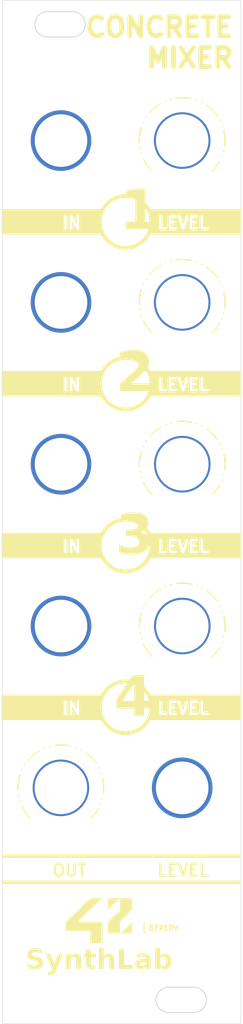
<source format=kicad_pcb>
(kicad_pcb (version 20240108) (generator "pcbnew") (generator_version "8.0")
  (layers (0 "F.Cu" signal) (31 "B.Cu" signal) (34 "B.Paste" user) (35 "F.Paste" user) (36 "B.SilkS" user "B.Silkscreen") (37 "F.SilkS" user "F.Silkscreen") (38 "B.Mask" user) (39 "F.Mask" user) (44 "Edge.Cuts" user))
  (net 0 "")
  (footprint "PCM_4ms_Faceplate:Faceplate_Rail_Mount_Slot" (layer "F.Cu") (at 147.073 157.43)
    (property "Reference" "REF**" (hide yes))
    (property "Value" "Rail_mount_slot" (hide yes))
    (fp_line (start -1.5875 -1.5875) (end 1.5875 -1.5875) (stroke (width 0.1)) (layer "Edge.Cuts"))
    (fp_line (start -1.5875 1.5875) (end 1.5875 1.5875) (stroke (width 0.1)) (layer "Edge.Cuts"))
    (fp_arc (start -1.5875 1.5875) (mid -3.175 0) (end -1.5875 -1.5875) (stroke (width 0.1)) (layer "Edge.Cuts"))
    (fp_arc (start 1.5875 -1.5875) (mid 3.175 0) (end 1.5875 1.5875) (stroke (width 0.1)) (layer "Edge.Cuts"))
  )
  (footprint "" (layer "F.Cu") (at 131.953163 90.171843)
    (property "Reference" "" (at 0 0 0) (layer "F.SilkS") (effects (font (size 1.27 1.27))))
    (property "Value" "")
    (pad "" thru_hole circle (at 0 0) (size 7.62 7.62) (drill 6.604) (layers "*.Cu" "*.Mask"))
  )
  (footprint "" (layer "F.Cu") (at 131.9403 130.81)
    (property "Reference" "" (at 0 0 0) (layer "F.SilkS") (effects (font (size 1.27 1.27))))
    (property "Value" "")
    (pad "" thru_hole circle (at 0 0) (size 7.112 7.112) (drill 6.604) (layers "*.Cu" "*.Mask"))
  )
  (footprint "PCM_4ms_Faceplate:Faceplate_Hole_Jack_3.5mm" (layer "F.Cu") (at 147.193163 130.811843)
    (property "Reference" "REF**" (hide yes))
    (property "Value" "GND" (hide yes))
    (pad "" thru_hole circle (at 0 0) (size 7.62 7.62) (drill 6.604) (layers "*.Cu" "*.Mask"))
  )
  (footprint "" (layer "F.Cu") (at 147.193 69.85)
    (property "Reference" "" (at 0 0 0) (layer "F.SilkS") (effects (font (size 1.27 1.27))))
    (property "Value" "")
    (pad "" thru_hole circle (at 0 0) (size 7.112 7.112) (drill 6.604) (layers "*.Cu" "*.Mask"))
  )
  (footprint "" (layer "F.Cu") (at 147.2057 90.17)
    (property "Reference" "" (at 0 0 0) (layer "F.SilkS") (effects (font (size 1.27 1.27))))
    (property "Value" "")
    (pad "" thru_hole circle (at 0 0) (size 7.112 7.112) (drill 6.604) (layers "*.Cu" "*.Mask"))
  )
  (footprint "" (layer "F.Cu") (at 147.193163 130.811843)
    (property "Reference" "" (at 0 0 0) (layer "F.SilkS") (effects (font (size 1.27 1.27))))
    (property "Value" "")
    (pad "" thru_hole circle (at 0 0) (size 7.62 7.62) (drill 6.604) (layers "*.Cu" "*.Mask"))
  )
  (footprint "PCM_4ms_Faceplate:Faceplate_Hole_Jack_3.5mm" (layer "F.Cu") (at 131.953163 69.851843)
    (property "Reference" "REF**" (hide yes))
    (property "Value" "GND" (hide yes))
    (pad "" thru_hole circle (at 0 0) (size 7.62 7.62) (drill 6.604) (layers "*.Cu" "*.Mask"))
  )
  (footprint "" (layer "F.Cu") (at 147.2057 110.49)
    (property "Reference" "" (at 0 0 0) (layer "F.SilkS") (effects (font (size 1.27 1.27))))
    (property "Value" "")
    (pad "" thru_hole circle (at 0 0) (size 7.112 7.112) (drill 6.604) (layers "*.Cu" "*.Mask"))
  )
  (footprint "" (layer "F.Cu") (at 131.953163 110.491843)
    (property "Reference" "" (at 0 0 0) (layer "F.SilkS") (effects (font (size 1.27 1.27))))
    (property "Value" "")
    (pad "" thru_hole circle (at 0 0) (size 7.62 7.62) (drill 6.604) (layers "*.Cu" "*.Mask"))
  )
  (footprint "" (layer "F.Cu") (at 131.953163 69.851843)
    (property "Reference" "" (at 0 0 0) (layer "F.SilkS") (effects (font (size 1.27 1.27))))
    (property "Value" "")
    (pad "" thru_hole circle (at 0 0) (size 7.62 7.62) (drill 6.604) (layers "*.Cu" "*.Mask"))
  )
  (footprint "PCM_4ms_Faceplate:Faceplate_Rail_Mount_Slot" (layer "F.Cu") (at 131.833 34.93)
    (property "Reference" "REF**" (hide yes))
    (property "Value" "Rail_mount_slot" (hide yes))
    (fp_line (start -1.5875 -1.5875) (end 1.5875 -1.5875) (stroke (width 0.1)) (layer "Edge.Cuts"))
    (fp_line (start -1.5875 1.5875) (end 1.5875 1.5875) (stroke (width 0.1)) (layer "Edge.Cuts"))
    (fp_arc (start -1.5875 1.5875) (mid -3.175 0) (end -1.5875 -1.5875) (stroke (width 0.1)) (layer "Edge.Cuts"))
    (fp_arc (start 1.5875 -1.5875) (mid 3.175 0) (end 1.5875 1.5875) (stroke (width 0.1)) (layer "Edge.Cuts"))
  )
  (footprint "PCM_4ms_Faceplate:Faceplate_Hole_Jack_3.5mm" (layer "F.Cu") (at 131.953163 49.531843)
    (property "Reference" "REF**" (hide yes))
    (property "Value" "GND" (hide yes))
    (pad "" thru_hole circle (at 0 0) (size 7.62 7.62) (drill 6.604) (layers "*.Cu" "*.Mask"))
  )
  (footprint "PCM_4ms_Faceplate:Faceplate_Hole_Jack_3.5mm" (layer "F.Cu") (at 131.953163 110.491843)
    (property "Reference" "REF**" (hide yes))
    (property "Value" "GND" (hide yes))
    (pad "" thru_hole circle (at 0 0) (size 7.62 7.62) (drill 6.604) (layers "*.Cu" "*.Mask"))
  )
  (footprint "PCM_4ms_Faceplate:Faceplate_Hole_Jack_3.5mm" (layer "F.Cu") (at 131.953163 90.171843)
    (property "Reference" "REF**" (hide yes))
    (property "Value" "GND" (hide yes))
    (pad "" thru_hole circle (at 0 0) (size 7.62 7.62) (drill 6.604) (layers "*.Cu" "*.Mask"))
  )
  (footprint "PCM_4ms_Faceplate:Faceplate_Hole_Pot_9mm" (layer "F.Cu") (at 147.193 49.53)
    (property "Reference" "REF**" (hide yes))
    (property "Value" "Faceplate_Hole_Pot_9mm" (hide yes))
    (pad "" thru_hole circle (at 0 0) (size 7.112 7.112) (drill 6.604) (layers "*.Cu" "*.Mask"))
  )
  (gr_rect (start 143.129 60.755213) (end 154.559 61.263213) (stroke (width 0.15)) (fill solid) (layer "F.SilkS"))
  (gr_rect (start 150.749 58.723213) (end 154.559 60.755213) (stroke (width 0.15)) (fill solid) (layer "F.SilkS"))
  (gr_rect (start 124.587 58.215213) (end 137.033 58.723213) (stroke (width 0.15)) (fill solid) (layer "F.SilkS"))
  (gr_circle (center 140.081 100.379213) (end 143.333787 100.379213) (stroke (width 0.5)) (fill none) (layer "F.SilkS"))
  (gr_rect (start 143.129 101.395213) (end 154.559 101.903213) (stroke (width 0.15)) (fill solid) (layer "F.SilkS"))
  (gr_arc (start 143.3957 114.3) (mid 147.2057 105.101846) (end 151.0157 114.3) (stroke (width 0.1705) (type dash_dot_dot)) (layer "F.SilkS"))
  (gr_poly (pts (xy 142.467807 149.145172) (xy 142.350093 149.145172) (xy 142.350093 147.660741) (xy 142.467807 147.660741)) (fill solid) (layer "F.SilkS"))
  (gr_rect (start 124.587 60.755213) (end 137.033 61.263213) (stroke (width 0.15)) (fill solid) (layer "F.SilkS"))
  (gr_rect (start 143.129 98.855213) (end 154.559 99.363213) (stroke (width 0.15)) (fill solid) (layer "F.SilkS"))
  (gr_poly (pts (xy 134.095745 147.618617) (xy 137.176185 147.618617) (xy 137.176185 150.295538) (xy 135.635969 150.295538) (xy 135.635969 148.816187) (xy 132.556251 148.816187) (xy 132.556251 147.618617) (xy 135.635969 144.659913) (xy 137.176185 144.659913)) (fill solid) (layer "F.SilkS"))
  (gr_rect (start 150.749 79.043213) (end 154.559 81.075213) (stroke (width 0.15)) (fill solid) (layer "F.SilkS"))
  (gr_rect (start 134.493 58.723213) (end 136.779 60.755213) (stroke (width 0.15)) (fill solid) (layer "F.SilkS"))
  (gr_rect (start 134.493 119.683213) (end 136.779 121.715213) (stroke (width 0.15)) (fill solid) (layer "F.SilkS"))
  (gr_rect (start 143.129 99.363213) (end 144.145 101.395213) (stroke (width 0.15)) (fill solid) (layer "F.SilkS"))
  (gr_rect (start 124.587 119.683213) (end 132.207 121.715213) (stroke (width 0.15)) (fill solid) (layer "F.SilkS"))
  (gr_poly (pts (xy 140.915867 149.098) (xy 139.375682 149.098) (xy 140.915867 147.618648)) (fill solid) (layer "F.SilkS"))
  (gr_rect (start 124.587 99.363213) (end 132.207 101.395213) (stroke (width 0.15)) (fill solid) (layer "F.SilkS"))
  (gr_rect (start 124.587 78.535213) (end 137.033 79.043213) (stroke (width 0.15)) (fill solid) (layer "F.SilkS"))
  (gr_rect (start 143.129 121.715213) (end 154.559 122.223213) (stroke (width 0.15)) (fill solid) (layer "F.SilkS"))
  (gr_rect (start 143.129 58.723213) (end 144.145 60.755213) (stroke (width 0.15)) (fill solid) (layer "F.SilkS"))
  (gr_poly (pts (xy 137.836236 146.139265) (xy 137.836236 144.659913) (xy 139.37573 144.659913)) (fill solid) (layer "F.SilkS"))
  (gr_arc (start 143.383 73.66) (mid 147.193 64.461846) (end 151.003 73.66) (stroke (width 0.1705) (type dash_dot_dot)) (layer "F.SilkS"))
  (gr_arc (start 143.3957 93.98) (mid 147.2057 84.781846) (end 151.0157 93.98) (stroke (width 0.1705) (type dash_dot_dot)) (layer "F.SilkS"))
  (gr_poly (pts (xy 143.37652 147.961766) (xy 143.386869 147.962278) (xy 143.397447 147.963088) (xy 143.4082 147.964252) (xy 143.419074 147.965823) (xy 143.430013 147.967856) (xy 143.440964 147.970405) (xy 143.451872 147.973525) (xy 143.462684 147.977269) (xy 143.473343 147.981691) (xy 143.483797 147.986847) (xy 143.493989 147.992791) (xy 143.503868 147.999576) (xy 143.508672 148.003301) (xy 143.513376 148.007257) (xy 143.517975 148.01145) (xy 143.522462 148.015888) (xy 143.527442 148.021274) (xy 143.532278 148.027082) (xy 143.536944 148.03331) (xy 143.541416 148.039954) (xy 143.545671 148.047011) (xy 143.549682 148.054477) (xy 143.553427 148.06235) (xy 143.556881 148.070626) (xy 143.56002 148.079303) (xy 143.562819 148.088376) (xy 143.565254 148.097843) (xy 143.567301 148.1077) (xy 143.568935 148.117945) (xy 143.570132 148.128573) (xy 143.570869 148.139582) (xy 143.57112 148.150969) (xy 143.570976 148.160373) (xy 143.570547 148.169526) (xy 143.569836 148.178433) (xy 143.568845 148.187097) (xy 143.567578 148.195523) (xy 143.566038 148.203715) (xy 143.564228 148.211678) (xy 143.56215 148.219415) (xy 143.559808 148.22693) (xy 143.557205 148.234229) (xy 143.554344 148.241315) (xy 143.551228 148.248192) (xy 143.54786 148.254864) (xy 143.544243 148.261337) (xy 143.54038 148.267613) (xy 143.536273 148.273698) (xy 143.531595 148.280153) (xy 143.526824 148.286179) (xy 143.521973 148.291793) (xy 143.517054 148.297009) (xy 143.512078 148.301841) (xy 143.507058 148.306306) (xy 143.502006 148.310417) (xy 143.496934 148.314189) (xy 143.491852 148.317638) (xy 143.486775 148.320779) (xy 143.481713 148.323626) (xy 143.476679 148.326194) (xy 143.471684 148.328498) (xy 143.466741 148.330553) (xy 143.461861 148.332374) (xy 143.457056 148.333976) (xy 143.464156 148.335855) (xy 143.471018 148.337942) (xy 143.477644 148.340222) (xy 143.484035 148.342682) (xy 143.490192 148.345308) (xy 143.496117 148.348086) (xy 143.501809 148.351002) (xy 143.507271 148.354042) (xy 143.512503 148.357194) (xy 143.517507 148.360442) (xy 143.522282 148.363773) (xy 143.526831 148.367173) (xy 143.531155 148.370628) (xy 143.535253 148.374125) (xy 143.539129 148.377649) (xy 143.542782 148.381188) (xy 143.549084 148.387896) (xy 143.554903 148.394688) (xy 143.560248 148.401577) (xy 143.565131 148.408579) (xy 143.569561 148.415709) (xy 143.57355 148.422982) (xy 143.577108 148.430411) (xy 143.580246 148.438013) (xy 143.582976 148.445803) (xy 143.585306 148.453794) (xy 143.587248 148.462003) (xy 143.588814 148.470443) (xy 143.590013 148.479131) (xy 143.590856 148.48808) (xy 143.591354 148.497305) (xy 143.591517 148.506823) (xy 143.591159 148.522143) (xy 143.590116 148.536792) (xy 143.588435 148.550776) (xy 143.586166 148.564105) (xy 143.583356 148.576787) (xy 143.580053 148.588831) (xy 143.576305 148.600245) (xy 143.57216 148.611038) (xy 143.567667 148.621218) (xy 143.562872 148.630794) (xy 143.557825 148.639774) (xy 143.552574 148.648166) (xy 143.547165 148.65598) (xy 143.541648 148.663224) (xy 143.53607 148.669906) (xy 143.530479 148.676034) (xy 143.524809 148.681742) (xy 143.518979 148.68716) (xy 143.512997 148.692293) (xy 143.50687 148.69715) (xy 143.494204 148.706065) (xy 143.481038 148.71396) (xy 143.467424 148.720893) (xy 143.453418 148.726922) (xy 143.439073 148.732105) (xy 143.424445 148.736497) (xy 143.409586 148.740158) (xy 143.394552 148.743145) (xy 143.379397 148.745514) (xy 143.364175 148.747324) (xy 143.348941 148.748631) (xy 143.333748 148.749494) (xy 143.318652 148.749969) (xy 143.303705 148.750115) (xy 143.023829 148.750115) (xy 143.040489 148.607772) (xy 143.214249 148.607772) (xy 143.277511 148.607772) (xy 143.290636 148.607565) (xy 143.305123 148.606795) (xy 143.312706 148.606131) (xy 143.320425 148.605243) (xy 143.328213 148.604104) (xy 143.336001 148.602687) (xy 143.343721 148.600963) (xy 143.351305 148.598905) (xy 143.358685 148.596486) (xy 143.365793 148.593677) (xy 143.372561 148.590452) (xy 143.378921 148.586782) (xy 143.381927 148.584772) (xy 143.384805 148.58264) (xy 143.387547 148.580383) (xy 143.390145 148.577998) (xy 143.392121 148.576072) (xy 143.394218 148.573828) (xy 143.396401 148.571254) (xy 143.398635 148.568339) (xy 143.400887 148.565071) (xy 143.403123 148.561438) (xy 143.405308 148.557428) (xy 143.406371 148.555279) (xy 143.407408 148.553031) (xy 143.408416 148.550683) (xy 143.409389 148.548233) (xy 143.410325 148.54568) (xy 143.411217 148.543024) (xy 143.412063 148.540261) (xy 143.412858 148.537391) (xy 143.413597 148.534412) (xy 143.414277 148.531323) (xy 143.414892 148.528122) (xy 143.41544 148.524808) (xy 143.415915 148.521379) (xy 143.416313 148.517834) (xy 143.41663 148.514172) (xy 143.416862 148.510391) (xy 143.417004 148.506489) (xy 143.417052 148.502465) (xy 143.417007 148.499244) (xy 143.416863 148.495857) (xy 143.416606 148.492328) (xy 143.416221 148.488679) (xy 143.415697 148.484932) (xy 143.415018 148.481109) (xy 143.414172 148.477233) (xy 143.413143 148.473326) (xy 143.41192 148.469411) (xy 143.410487 148.465509) (xy 143.408832 148.461644) (xy 143.40694 148.457837) (xy 143.404797 148.45411) (xy 143.402391 148.450487) (xy 143.399707 148.44699) (xy 143.396732 148.44364) (xy 143.394332 148.441261) (xy 143.391782 148.439021) (xy 143.389094 148.436919) (xy 143.38628 148.434947) (xy 143.383353 148.433104) (xy 143.380323 148.431384) (xy 143.374004 148.428298) (xy 143.367418 148.425653) (xy 143.360659 148.423418) (xy 143.353823 148.421557) (xy 143.347004 148.420036) (xy 143.340297 148.418822) (xy 143.333795 148.41788) (xy 143.327595 148.417176) (xy 143.32179 148.416677) (xy 143.311746 148.416155) (xy 143.30442 148.416042) (xy 143.236792 148.416042) (xy 143.214249 148.607772) (xy 143.040489 148.607772) (xy 143.078655 148.281691) (xy 143.252032 148.281691) (xy 143.287671 148.281691) (xy 143.299061 148.281484) (xy 143.30507 148.281184) (xy 143.311238 148.280715) (xy 143.317526 148.28005) (xy 143.323895 148.279162) (xy 143.330307 148.278023) (xy 143.336725 148.276605) (xy 143.343109 148.274881) (xy 143.349421 148.272823) (xy 143.355623 148.270403) (xy 143.361676 148.267594) (xy 143.367542 148.264367) (xy 143.373183 148.260697) (xy 143.37856 148.256553) (xy 143.381138 148.254296) (xy 143.383636 148.25191) (xy 143.38669 148.248646) (xy 143.38957 148.24513) (xy 143.392272 148.241381) (xy 143.394794 148.237421) (xy 143.397132 148.23327) (xy 143.399284 148.228947) (xy 143.401245 148.224473) (xy 143.403013 148.219868) (xy 143.404585 148.215153) (xy 143.405958 148.210347) (xy 143.407128 148.20547) (xy 143.408092 148.200544) (xy 143.408848 148.195588) (xy 143.409391 148.190622) (xy 143.40972 148.185667) (xy 143.40983 148.180742) (xy 143.409672 148.174919) (xy 143.409216 148.169427) (xy 143.408488 148.164256) (xy 143.407512 148.159396) (xy 143.406314 148.154839) (xy 143.40492 148.150575) (xy 143.403355 148.146593) (xy 143.401644 148.142885) (xy 143.399813 148.139441) (xy 143.397888 148.136251) (xy 143.395894 148.133306) (xy 143.393856 148.130596) (xy 143.3918 148.128112) (xy 143.389751 148.125844) (xy 143.387736 148.123782) (xy 143.385778 148.121917) (xy 143.383778 148.120265) (xy 143.381726 148.118712) (xy 143.379623 148.117256) (xy 143.377472 148.115892) (xy 143.373038 148.113431) (xy 143.368446 148.111305) (xy 143.363716 148.10949) (xy 143.358871 148.107962) (xy 143.353931 148.106695) (xy 143.348919 148.105665) (xy 143.343855 148.104849) (xy 143.338762 148.10422) (xy 143.333661 148.103756) (xy 143.328573 148.103431) (xy 143.318523 148.1031) (xy 143.308784 148.103034) (xy 143.272431 148.103034) (xy 143.252032 148.281691) (xy 143.078655 148.281691) (xy 143.116141 147.961421) (xy 143.356727 147.961421)) (fill solid) (layer "F.SilkS"))
  (gr_rect (start 124.587 98.855213) (end 137.033 99.363213) (stroke (width 0.15)) (fill solid) (layer "F.SilkS"))
  (gr_rect (start 124.587 81.075213) (end 137.033 81.583213) (stroke (width 0.15)) (fill solid) (layer "F.SilkS"))
  (gr_rect (start 150.749 99.363213) (end 154.559 101.395213) (stroke (width 0.15)) (fill solid) (layer "F.SilkS"))
  (gr_rect (start 124.587 58.723213) (end 132.207 60.755213) (stroke (width 0.15)) (fill solid) (layer "F.SilkS"))
  (gr_rect (start 124.587 101.395213) (end 137.033 101.903213) (stroke (width 0.15)) (fill solid) (layer "F.SilkS"))
  (gr_rect (start 143.129 79.043213) (end 144.145 81.075213) (stroke (width 0.15)) (fill solid) (layer "F.SilkS"))
  (gr_circle (center 140.081 59.739213) (end 143.333787 59.739213) (stroke (width 0.5)) (fill none) (layer "F.SilkS"))
  (gr_rect (start 143.129 81.075213) (end 154.559 81.583213) (stroke (width 0.15)) (fill solid) (layer "F.SilkS"))
  (gr_rect (start 150.749 119.683213) (end 154.559 121.715213) (stroke (width 0.15)) (fill solid) (layer "F.SilkS"))
  (gr_rect (start 124.587 79.043213) (end 132.207 81.075213) (stroke (width 0.15)) (fill solid) (layer "F.SilkS"))
  (gr_poly (pts (xy 140.915946 146.139265) (xy 139.37573 147.618617) (xy 139.37573 149.097968) (xy 137.836236 149.097968) (xy 137.836236 147.618617) (xy 139.37573 146.139265) (xy 139.37573 144.659913) (xy 140.915946 144.659913)) (fill solid) (layer "F.SilkS"))
  (gr_poly (pts (xy 144.263825 148.114655) (xy 143.970851 148.114655) (xy 143.949024 148.267166) (xy 144.231836 148.267166) (xy 144.210009 148.421129) (xy 143.92799 148.421129) (xy 143.904018 148.596151) (xy 144.201992 148.596151) (xy 144.180958 148.750115) (xy 143.680815 148.750115) (xy 143.790591 147.961421) (xy 144.285573 147.961421)) (fill solid) (layer "F.SilkS"))
  (gr_poly (pts (xy 145.200688 148.596151) (xy 145.435479 148.596151) (xy 145.417303 148.749385) (xy 145.008839 148.749385) (xy 145.101865 147.961421) (xy 145.275619 147.961421)) (fill solid) (layer "F.SilkS"))
  (gr_rect (start 134.493 99.363213) (end 136.779 101.395213) (stroke (width 0.15)) (fill solid) (layer "F.SilkS"))
  (gr_arc (start 128.1303 134.62) (mid 131.9403 125.421846) (end 135.7503 134.62) (stroke (width 0.1705) (type dash_dot_dot)) (layer "F.SilkS"))
  (gr_rect (start 124.587 142.517813) (end 154.559 142.797213) (stroke (width 0.15)) (fill solid) (layer "F.SilkS"))
  (gr_rect (start 143.129 119.175213) (end 154.559 119.683213) (stroke (width 0.15)) (fill solid) (layer "F.SilkS"))
  (gr_circle (center 140.081 80.059213) (end 143.333787 80.059213) (stroke (width 0.5)) (fill none) (layer "F.SilkS"))
  (gr_poly (pts (xy 144.680308 147.961858) (xy 144.69369 147.962512) (xy 144.706995 147.963553) (xy 144.720204 147.965054) (xy 144.733296 147.967087) (xy 144.74625 147.969724) (xy 144.759045 147.973038) (xy 144.771663 147.9771) (xy 144.784081 147.981984) (xy 144.79628 147.987762) (xy 144.808238 147.994506) (xy 144.819936 148.002288) (xy 144.831354 148.011181) (xy 144.84247 148.021257) (xy 144.853264 148.032589) (xy 144.858185 148.038165) (xy 144.863097 148.04428) (xy 144.867957 148.050947) (xy 144.872723 148.058176) (xy 144.877352 148.06598) (xy 144.881802 148.074371) (xy 144.886031 148.083359) (xy 144.889994 148.092957) (xy 144.893651 148.103175) (xy 144.896959 148.114027) (xy 144.899874 148.125524) (xy 144.902355 148.137677) (xy 144.904358 148.150498) (xy 144.905842 148.163998) (xy 144.906763 148.17819) (xy 144.907 148.185549) (xy 144.90708 148.193085) (xy 144.906793 148.206923) (xy 144.905943 148.22038) (xy 144.90455 148.233453) (xy 144.902631 148.246135) (xy 144.900205 148.258421) (xy 144.897289 148.270306) (xy 144.893903 148.281785) (xy 144.890064 148.292853) (xy 144.885791 148.303503) (xy 144.881101 148.313731) (xy 144.876014 148.323531) (xy 144.870547 148.332898) (xy 144.864718 148.341827) (xy 144.858547 148.350313) (xy 144.85205 148.358349) (xy 144.845248 148.365932) (xy 144.838974 148.372068) (xy 144.832433 148.377942) (xy 144.825647 148.383551) (xy 144.818638 148.388889) (xy 144.811428 148.39395) (xy 144.804041 148.398729) (xy 144.796497 148.40322) (xy 144.788821 148.407419) (xy 144.781034 148.411321) (xy 144.773159 148.414919) (xy 144.765218 148.418209) (xy 144.757233 148.421185) (xy 144.749228 148.423841) (xy 144.741224 148.426174) (xy 144.733244 148.428177) (xy 144.725311 148.429845) (xy 144.919382 148.750115) (xy 144.71658 148.750115) (xy 144.534891 148.439283) (xy 144.498536 148.750115) (xy 144.324865 148.750115) (xy 144.375272 148.31945) (xy 144.548701 148.31945) (xy 144.591565 148.31945) (xy 144.602823 148.319246) (xy 144.608866 148.318952) (xy 144.615133 148.318497) (xy 144.621583 148.317855) (xy 144.628178 148.317) (xy 144.634877 148.315907) (xy 144.64164 148.31455) (xy 144.648429 148.312903) (xy 144.655203 148.310942) (xy 144.661924 148.30864) (xy 144.66855 148.305972) (xy 144.675043 148.302912) (xy 144.681362 148.299436) (xy 144.687469 148.295516) (xy 144.693324 148.291129) (xy 144.696123 148.288787) (xy 144.698793 148.286391) (xy 144.701336 148.283943) (xy 144.703755 148.281446) (xy 144.706052 148.278901) (xy 144.708231 148.276311) (xy 144.712243 148.270998) (xy 144.715811 148.265524) (xy 144.718958 148.259903) (xy 144.721704 148.25415) (xy 144.72407 148.248281) (xy 144.726079 148.242309) (xy 144.72775 148.236249) (xy 144.729106 148.230118) (xy 144.730168 148.223929) (xy 144.730957 148.217697) (xy 144.731494 148.211438) (xy 144.731801 148.205166) (xy 144.731898 148.198895) (xy 144.731825 148.194185) (xy 144.731587 148.189332) (xy 144.731156 148.184364) (xy 144.730505 148.17931) (xy 144.729606 148.174196) (xy 144.728433 148.169049) (xy 144.726958 148.163899) (xy 144.725152 148.158772) (xy 144.72299 148.153697) (xy 144.720443 148.148699) (xy 144.717484 148.143809) (xy 144.715841 148.141412) (xy 144.714085 148.139052) (xy 144.712212 148.136732) (xy 144.710219 148.134457) (xy 144.708103 148.132228) (xy 144.705859 148.130051) (xy 144.703485 148.127927) (xy 144.700977 148.125862) (xy 144.698332 148.123857) (xy 144.695546 148.121917) (xy 144.691201 148.119191) (xy 144.686623 148.116726) (xy 144.681818 148.11451) (xy 144.67679 148.112531) (xy 144.671544 148.110777) (xy 144.666087 148.109238) (xy 144.660423 148.107901) (xy 144.654558 148.106755) (xy 144.648497 148.105787) (xy 144.642244 148.104986) (xy 144.635806 148.104341) (xy 144.629186 148.103839) (xy 144.622392 148.103469) (xy 144.615427 148.10322) (xy 144.601009 148.103034) (xy 144.574896 148.103034) (xy 144.548701 148.31945) (xy 144.375272 148.31945) (xy 144.417178 147.961421) (xy 144.653398 147.961421)) (fill solid) (layer "F.SilkS"))
  (gr_rect (start 134.493 79.043213) (end 136.779 81.075213) (stroke (width 0.15)) (fill solid) (layer "F.SilkS"))
  (gr_rect (start 124.587 119.175213) (end 137.033 119.683213) (stroke (width 0.15)) (fill solid) (layer "F.SilkS"))
  (gr_poly (pts (xy 145.691384 148.749385) (xy 145.517633 148.749385) (xy 145.609945 147.961421) (xy 145.783697 147.961421)) (fill solid) (layer "F.SilkS"))
  (gr_rect (start 124.587 139.241213) (end 154.559 139.520613) (stroke (width 0.15)) (fill solid) (layer "F.SilkS"))
  (gr_rect (start 124.587 121.715213) (end 137.033 122.223213) (stroke (width 0.15)) (fill solid) (layer "F.SilkS"))
  (gr_rect (start 143.129 78.535213) (end 154.559 79.043213) (stroke (width 0.15)) (fill solid) (layer "F.SilkS"))
  (gr_rect (start 143.129 58.215213) (end 154.559 58.723213) (stroke (width 0.15)) (fill solid) (layer "F.SilkS"))
  (gr_circle (center 140.081 120.699213) (end 143.333787 120.699213) (stroke (width 0.5)) (fill none) (layer "F.SilkS"))
  (gr_arc (start 143.383 53.34) (mid 147.193 44.141846) (end 151.003 53.34) (stroke (width 0.1705) (type dash_dot_dot)) (layer "F.SilkS"))
  (gr_rect (start 143.129 119.683213) (end 144.145 121.715213) (stroke (width 0.15)) (fill solid) (layer "F.SilkS"))
  (gr_poly (pts (xy 146.450288 148.474144) (xy 146.511328 147.961421) (xy 146.685 147.961421) (xy 146.592687 148.750115) (xy 146.441558 148.750115) (xy 146.092625 148.234487) (xy 146.033014 148.750115) (xy 145.859342 148.750115) (xy 145.953084 147.961421) (xy 146.104293 147.961421)) (fill solid) (layer "F.SilkS"))
  (gr_rect (start 124.573 31.93) (end 154.573 160.43) (stroke (width 0.05)) (fill none) (layer "Edge.Cuts"))
  (gr_text "2" (at 138.818894 81.835273 0) (layer "F.SilkS") (effects (font (size 5 5) (thickness 0.4) (bold yes)) (justify left bottom)))
  (gr_text "LEVEL" (at 143.891 101.395213 0) (layer "F.SilkS" knockout) (effects (font (size 1.5 1.5) (thickness 0.3) (bold yes)) (justify left bottom)))
  (gr_text "IN" (at 131.953 81.075213 0) (layer "F.SilkS" knockout) (effects (font (size 1.5 1.5) (thickness 0.3) (bold yes)) (justify left bottom)))
  (gr_text "OUT" (at 130.683 142.035213 0) (layer "F.SilkS") (effects (font (size 1.5 1.5) (thickness 0.3) (bold yes)) (justify left bottom)))
  (gr_text "LEVEL" (at 143.891 121.715213 0) (layer "F.SilkS" knockout) (effects (font (size 1.5 1.5) (thickness 0.3) (bold yes)) (justify left bottom)))
  (gr_text "LEVEL" (at 143.891 142.035213 0) (layer "F.SilkS") (effects (font (size 1.5 1.5) (thickness 0.3) (bold yes)) (justify left bottom)))
  (gr_text "LEVEL" (at 143.891 60.755213 0) (layer "F.SilkS" knockout) (effects (font (size 1.5 1.5) (thickness 0.3) (bold yes)) (justify left bottom)))
  (gr_text "LEVEL" (at 143.891 81.075213 0) (layer "F.SilkS" knockout) (effects (font (size 1.5 1.5) (thickness 0.3) (bold yes)) (justify left bottom)))
  (gr_text "SynthLab" (at 127.453867 153.968617 0) (layer "F.SilkS") (effects (font (size 2.5 2.5) (thickness 0.3) (bold yes)) (justify left bottom)))
  (gr_text "IN" (at 131.953 60.755213 0) (layer "F.SilkS" knockout) (effects (font (size 1.5 1.5) (thickness 0.3) (bold yes)) (justify left bottom)))
  (gr_text "4" (at 138.582779 122.608709 0) (layer "F.SilkS") (effects (font (size 5 5) (thickness 0.4) (bold yes)) (justify left bottom)))
  (gr_text "CONCRETE\nMIXER" (at 153.924 40.566 0) (layer "F.SilkS") (effects (font (size 2.4 2.4) (thickness 0.6) (bold yes)) (justify right bottom)))
  (gr_text "IN" (at 131.953 121.715213 0) (layer "F.SilkS" knockout) (effects (font (size 1.5 1.5) (thickness 0.3) (bold yes)) (justify left bottom)))
  (gr_text "1" (at 139.319 61.515273 0) (layer "F.SilkS") (effects (font (size 5 5) (thickness 0.4) (bold yes)) (justify left bottom)))
  (gr_text "3" (at 138.784013 102.26315 0) (layer "F.SilkS") (effects (font (size 5 5) (thickness 0.4) (bold yes)) (justify left bottom)))
  (gr_text "IN" (at 131.953 101.395213 0) (layer "F.SilkS" knockout) (effects (font (size 1.5 1.5) (thickness 0.3) (bold yes)) (justify left bottom)))
)
</source>
